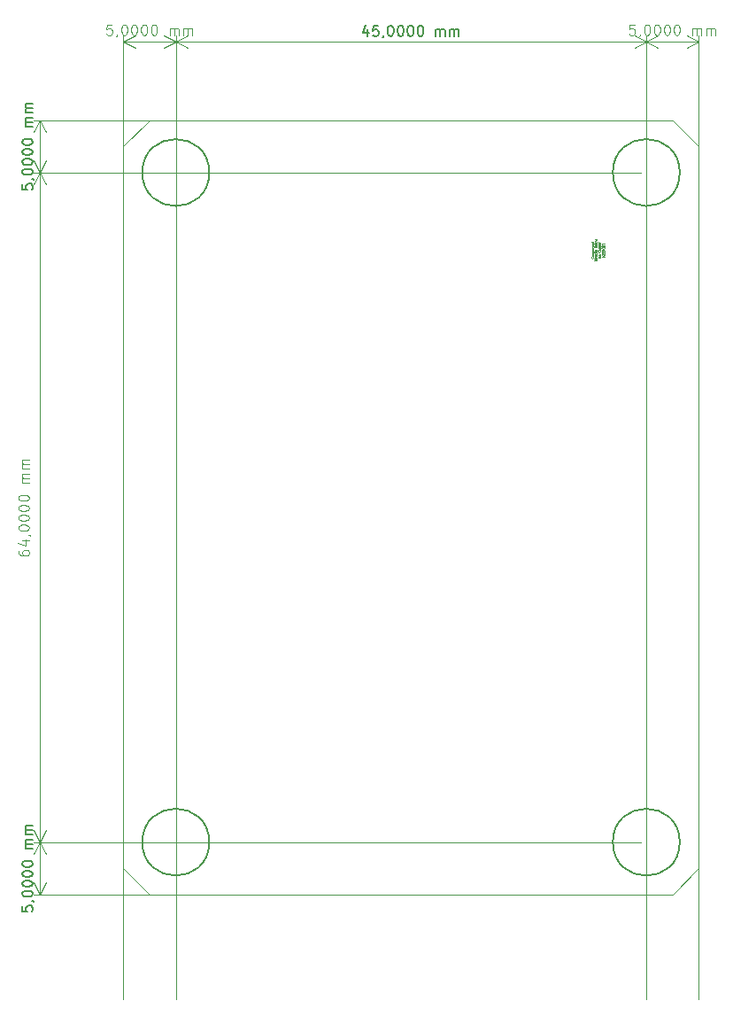
<source format=gbr>
%TF.GenerationSoftware,KiCad,Pcbnew,8.0.1-8.0.1-0~ubuntu20.04.1*%
%TF.CreationDate,2024-05-13T17:34:50+05:00*%
%TF.ProjectId,DeltaAnomalain,44656c74-6141-46e6-9f6d-616c61696e2e,rev?*%
%TF.SameCoordinates,Original*%
%TF.FileFunction,Other,Comment*%
%FSLAX46Y46*%
G04 Gerber Fmt 4.6, Leading zero omitted, Abs format (unit mm)*
G04 Created by KiCad (PCBNEW 8.0.1-8.0.1-0~ubuntu20.04.1) date 2024-05-13 17:34:50*
%MOMM*%
%LPD*%
G01*
G04 APERTURE LIST*
%ADD10C,0.100000*%
%ADD11C,0.150000*%
%ADD12C,0.040000*%
%TA.AperFunction,Profile*%
%ADD13C,0.050000*%
%TD*%
G04 APERTURE END LIST*
D10*
X236880952Y-49357419D02*
X236404762Y-49357419D01*
X236404762Y-49357419D02*
X236357143Y-49833609D01*
X236357143Y-49833609D02*
X236404762Y-49785990D01*
X236404762Y-49785990D02*
X236500000Y-49738371D01*
X236500000Y-49738371D02*
X236738095Y-49738371D01*
X236738095Y-49738371D02*
X236833333Y-49785990D01*
X236833333Y-49785990D02*
X236880952Y-49833609D01*
X236880952Y-49833609D02*
X236928571Y-49928847D01*
X236928571Y-49928847D02*
X236928571Y-50166942D01*
X236928571Y-50166942D02*
X236880952Y-50262180D01*
X236880952Y-50262180D02*
X236833333Y-50309800D01*
X236833333Y-50309800D02*
X236738095Y-50357419D01*
X236738095Y-50357419D02*
X236500000Y-50357419D01*
X236500000Y-50357419D02*
X236404762Y-50309800D01*
X236404762Y-50309800D02*
X236357143Y-50262180D01*
X237404762Y-50309800D02*
X237404762Y-50357419D01*
X237404762Y-50357419D02*
X237357143Y-50452657D01*
X237357143Y-50452657D02*
X237309524Y-50500276D01*
X238023809Y-49357419D02*
X238119047Y-49357419D01*
X238119047Y-49357419D02*
X238214285Y-49405038D01*
X238214285Y-49405038D02*
X238261904Y-49452657D01*
X238261904Y-49452657D02*
X238309523Y-49547895D01*
X238309523Y-49547895D02*
X238357142Y-49738371D01*
X238357142Y-49738371D02*
X238357142Y-49976466D01*
X238357142Y-49976466D02*
X238309523Y-50166942D01*
X238309523Y-50166942D02*
X238261904Y-50262180D01*
X238261904Y-50262180D02*
X238214285Y-50309800D01*
X238214285Y-50309800D02*
X238119047Y-50357419D01*
X238119047Y-50357419D02*
X238023809Y-50357419D01*
X238023809Y-50357419D02*
X237928571Y-50309800D01*
X237928571Y-50309800D02*
X237880952Y-50262180D01*
X237880952Y-50262180D02*
X237833333Y-50166942D01*
X237833333Y-50166942D02*
X237785714Y-49976466D01*
X237785714Y-49976466D02*
X237785714Y-49738371D01*
X237785714Y-49738371D02*
X237833333Y-49547895D01*
X237833333Y-49547895D02*
X237880952Y-49452657D01*
X237880952Y-49452657D02*
X237928571Y-49405038D01*
X237928571Y-49405038D02*
X238023809Y-49357419D01*
X238976190Y-49357419D02*
X239071428Y-49357419D01*
X239071428Y-49357419D02*
X239166666Y-49405038D01*
X239166666Y-49405038D02*
X239214285Y-49452657D01*
X239214285Y-49452657D02*
X239261904Y-49547895D01*
X239261904Y-49547895D02*
X239309523Y-49738371D01*
X239309523Y-49738371D02*
X239309523Y-49976466D01*
X239309523Y-49976466D02*
X239261904Y-50166942D01*
X239261904Y-50166942D02*
X239214285Y-50262180D01*
X239214285Y-50262180D02*
X239166666Y-50309800D01*
X239166666Y-50309800D02*
X239071428Y-50357419D01*
X239071428Y-50357419D02*
X238976190Y-50357419D01*
X238976190Y-50357419D02*
X238880952Y-50309800D01*
X238880952Y-50309800D02*
X238833333Y-50262180D01*
X238833333Y-50262180D02*
X238785714Y-50166942D01*
X238785714Y-50166942D02*
X238738095Y-49976466D01*
X238738095Y-49976466D02*
X238738095Y-49738371D01*
X238738095Y-49738371D02*
X238785714Y-49547895D01*
X238785714Y-49547895D02*
X238833333Y-49452657D01*
X238833333Y-49452657D02*
X238880952Y-49405038D01*
X238880952Y-49405038D02*
X238976190Y-49357419D01*
X239928571Y-49357419D02*
X240023809Y-49357419D01*
X240023809Y-49357419D02*
X240119047Y-49405038D01*
X240119047Y-49405038D02*
X240166666Y-49452657D01*
X240166666Y-49452657D02*
X240214285Y-49547895D01*
X240214285Y-49547895D02*
X240261904Y-49738371D01*
X240261904Y-49738371D02*
X240261904Y-49976466D01*
X240261904Y-49976466D02*
X240214285Y-50166942D01*
X240214285Y-50166942D02*
X240166666Y-50262180D01*
X240166666Y-50262180D02*
X240119047Y-50309800D01*
X240119047Y-50309800D02*
X240023809Y-50357419D01*
X240023809Y-50357419D02*
X239928571Y-50357419D01*
X239928571Y-50357419D02*
X239833333Y-50309800D01*
X239833333Y-50309800D02*
X239785714Y-50262180D01*
X239785714Y-50262180D02*
X239738095Y-50166942D01*
X239738095Y-50166942D02*
X239690476Y-49976466D01*
X239690476Y-49976466D02*
X239690476Y-49738371D01*
X239690476Y-49738371D02*
X239738095Y-49547895D01*
X239738095Y-49547895D02*
X239785714Y-49452657D01*
X239785714Y-49452657D02*
X239833333Y-49405038D01*
X239833333Y-49405038D02*
X239928571Y-49357419D01*
X240880952Y-49357419D02*
X240976190Y-49357419D01*
X240976190Y-49357419D02*
X241071428Y-49405038D01*
X241071428Y-49405038D02*
X241119047Y-49452657D01*
X241119047Y-49452657D02*
X241166666Y-49547895D01*
X241166666Y-49547895D02*
X241214285Y-49738371D01*
X241214285Y-49738371D02*
X241214285Y-49976466D01*
X241214285Y-49976466D02*
X241166666Y-50166942D01*
X241166666Y-50166942D02*
X241119047Y-50262180D01*
X241119047Y-50262180D02*
X241071428Y-50309800D01*
X241071428Y-50309800D02*
X240976190Y-50357419D01*
X240976190Y-50357419D02*
X240880952Y-50357419D01*
X240880952Y-50357419D02*
X240785714Y-50309800D01*
X240785714Y-50309800D02*
X240738095Y-50262180D01*
X240738095Y-50262180D02*
X240690476Y-50166942D01*
X240690476Y-50166942D02*
X240642857Y-49976466D01*
X240642857Y-49976466D02*
X240642857Y-49738371D01*
X240642857Y-49738371D02*
X240690476Y-49547895D01*
X240690476Y-49547895D02*
X240738095Y-49452657D01*
X240738095Y-49452657D02*
X240785714Y-49405038D01*
X240785714Y-49405038D02*
X240880952Y-49357419D01*
X242404762Y-50357419D02*
X242404762Y-49690752D01*
X242404762Y-49785990D02*
X242452381Y-49738371D01*
X242452381Y-49738371D02*
X242547619Y-49690752D01*
X242547619Y-49690752D02*
X242690476Y-49690752D01*
X242690476Y-49690752D02*
X242785714Y-49738371D01*
X242785714Y-49738371D02*
X242833333Y-49833609D01*
X242833333Y-49833609D02*
X242833333Y-50357419D01*
X242833333Y-49833609D02*
X242880952Y-49738371D01*
X242880952Y-49738371D02*
X242976190Y-49690752D01*
X242976190Y-49690752D02*
X243119047Y-49690752D01*
X243119047Y-49690752D02*
X243214286Y-49738371D01*
X243214286Y-49738371D02*
X243261905Y-49833609D01*
X243261905Y-49833609D02*
X243261905Y-50357419D01*
X243738095Y-50357419D02*
X243738095Y-49690752D01*
X243738095Y-49785990D02*
X243785714Y-49738371D01*
X243785714Y-49738371D02*
X243880952Y-49690752D01*
X243880952Y-49690752D02*
X244023809Y-49690752D01*
X244023809Y-49690752D02*
X244119047Y-49738371D01*
X244119047Y-49738371D02*
X244166666Y-49833609D01*
X244166666Y-49833609D02*
X244166666Y-50357419D01*
X244166666Y-49833609D02*
X244214285Y-49738371D01*
X244214285Y-49738371D02*
X244309523Y-49690752D01*
X244309523Y-49690752D02*
X244452380Y-49690752D01*
X244452380Y-49690752D02*
X244547619Y-49738371D01*
X244547619Y-49738371D02*
X244595238Y-49833609D01*
X244595238Y-49833609D02*
X244595238Y-50357419D01*
X238000000Y-142500000D02*
X238000000Y-50413580D01*
X243000000Y-142500000D02*
X243000000Y-50413580D01*
X238000000Y-51000000D02*
X243000000Y-51000000D01*
X238000000Y-51000000D02*
X243000000Y-51000000D01*
X238000000Y-51000000D02*
X239126504Y-50413579D01*
X238000000Y-51000000D02*
X239126504Y-51586421D01*
X243000000Y-51000000D02*
X241873496Y-51586421D01*
X243000000Y-51000000D02*
X241873496Y-50413579D01*
X186880952Y-49357419D02*
X186404762Y-49357419D01*
X186404762Y-49357419D02*
X186357143Y-49833609D01*
X186357143Y-49833609D02*
X186404762Y-49785990D01*
X186404762Y-49785990D02*
X186500000Y-49738371D01*
X186500000Y-49738371D02*
X186738095Y-49738371D01*
X186738095Y-49738371D02*
X186833333Y-49785990D01*
X186833333Y-49785990D02*
X186880952Y-49833609D01*
X186880952Y-49833609D02*
X186928571Y-49928847D01*
X186928571Y-49928847D02*
X186928571Y-50166942D01*
X186928571Y-50166942D02*
X186880952Y-50262180D01*
X186880952Y-50262180D02*
X186833333Y-50309800D01*
X186833333Y-50309800D02*
X186738095Y-50357419D01*
X186738095Y-50357419D02*
X186500000Y-50357419D01*
X186500000Y-50357419D02*
X186404762Y-50309800D01*
X186404762Y-50309800D02*
X186357143Y-50262180D01*
X187404762Y-50309800D02*
X187404762Y-50357419D01*
X187404762Y-50357419D02*
X187357143Y-50452657D01*
X187357143Y-50452657D02*
X187309524Y-50500276D01*
X188023809Y-49357419D02*
X188119047Y-49357419D01*
X188119047Y-49357419D02*
X188214285Y-49405038D01*
X188214285Y-49405038D02*
X188261904Y-49452657D01*
X188261904Y-49452657D02*
X188309523Y-49547895D01*
X188309523Y-49547895D02*
X188357142Y-49738371D01*
X188357142Y-49738371D02*
X188357142Y-49976466D01*
X188357142Y-49976466D02*
X188309523Y-50166942D01*
X188309523Y-50166942D02*
X188261904Y-50262180D01*
X188261904Y-50262180D02*
X188214285Y-50309800D01*
X188214285Y-50309800D02*
X188119047Y-50357419D01*
X188119047Y-50357419D02*
X188023809Y-50357419D01*
X188023809Y-50357419D02*
X187928571Y-50309800D01*
X187928571Y-50309800D02*
X187880952Y-50262180D01*
X187880952Y-50262180D02*
X187833333Y-50166942D01*
X187833333Y-50166942D02*
X187785714Y-49976466D01*
X187785714Y-49976466D02*
X187785714Y-49738371D01*
X187785714Y-49738371D02*
X187833333Y-49547895D01*
X187833333Y-49547895D02*
X187880952Y-49452657D01*
X187880952Y-49452657D02*
X187928571Y-49405038D01*
X187928571Y-49405038D02*
X188023809Y-49357419D01*
X188976190Y-49357419D02*
X189071428Y-49357419D01*
X189071428Y-49357419D02*
X189166666Y-49405038D01*
X189166666Y-49405038D02*
X189214285Y-49452657D01*
X189214285Y-49452657D02*
X189261904Y-49547895D01*
X189261904Y-49547895D02*
X189309523Y-49738371D01*
X189309523Y-49738371D02*
X189309523Y-49976466D01*
X189309523Y-49976466D02*
X189261904Y-50166942D01*
X189261904Y-50166942D02*
X189214285Y-50262180D01*
X189214285Y-50262180D02*
X189166666Y-50309800D01*
X189166666Y-50309800D02*
X189071428Y-50357419D01*
X189071428Y-50357419D02*
X188976190Y-50357419D01*
X188976190Y-50357419D02*
X188880952Y-50309800D01*
X188880952Y-50309800D02*
X188833333Y-50262180D01*
X188833333Y-50262180D02*
X188785714Y-50166942D01*
X188785714Y-50166942D02*
X188738095Y-49976466D01*
X188738095Y-49976466D02*
X188738095Y-49738371D01*
X188738095Y-49738371D02*
X188785714Y-49547895D01*
X188785714Y-49547895D02*
X188833333Y-49452657D01*
X188833333Y-49452657D02*
X188880952Y-49405038D01*
X188880952Y-49405038D02*
X188976190Y-49357419D01*
X189928571Y-49357419D02*
X190023809Y-49357419D01*
X190023809Y-49357419D02*
X190119047Y-49405038D01*
X190119047Y-49405038D02*
X190166666Y-49452657D01*
X190166666Y-49452657D02*
X190214285Y-49547895D01*
X190214285Y-49547895D02*
X190261904Y-49738371D01*
X190261904Y-49738371D02*
X190261904Y-49976466D01*
X190261904Y-49976466D02*
X190214285Y-50166942D01*
X190214285Y-50166942D02*
X190166666Y-50262180D01*
X190166666Y-50262180D02*
X190119047Y-50309800D01*
X190119047Y-50309800D02*
X190023809Y-50357419D01*
X190023809Y-50357419D02*
X189928571Y-50357419D01*
X189928571Y-50357419D02*
X189833333Y-50309800D01*
X189833333Y-50309800D02*
X189785714Y-50262180D01*
X189785714Y-50262180D02*
X189738095Y-50166942D01*
X189738095Y-50166942D02*
X189690476Y-49976466D01*
X189690476Y-49976466D02*
X189690476Y-49738371D01*
X189690476Y-49738371D02*
X189738095Y-49547895D01*
X189738095Y-49547895D02*
X189785714Y-49452657D01*
X189785714Y-49452657D02*
X189833333Y-49405038D01*
X189833333Y-49405038D02*
X189928571Y-49357419D01*
X190880952Y-49357419D02*
X190976190Y-49357419D01*
X190976190Y-49357419D02*
X191071428Y-49405038D01*
X191071428Y-49405038D02*
X191119047Y-49452657D01*
X191119047Y-49452657D02*
X191166666Y-49547895D01*
X191166666Y-49547895D02*
X191214285Y-49738371D01*
X191214285Y-49738371D02*
X191214285Y-49976466D01*
X191214285Y-49976466D02*
X191166666Y-50166942D01*
X191166666Y-50166942D02*
X191119047Y-50262180D01*
X191119047Y-50262180D02*
X191071428Y-50309800D01*
X191071428Y-50309800D02*
X190976190Y-50357419D01*
X190976190Y-50357419D02*
X190880952Y-50357419D01*
X190880952Y-50357419D02*
X190785714Y-50309800D01*
X190785714Y-50309800D02*
X190738095Y-50262180D01*
X190738095Y-50262180D02*
X190690476Y-50166942D01*
X190690476Y-50166942D02*
X190642857Y-49976466D01*
X190642857Y-49976466D02*
X190642857Y-49738371D01*
X190642857Y-49738371D02*
X190690476Y-49547895D01*
X190690476Y-49547895D02*
X190738095Y-49452657D01*
X190738095Y-49452657D02*
X190785714Y-49405038D01*
X190785714Y-49405038D02*
X190880952Y-49357419D01*
X192404762Y-50357419D02*
X192404762Y-49690752D01*
X192404762Y-49785990D02*
X192452381Y-49738371D01*
X192452381Y-49738371D02*
X192547619Y-49690752D01*
X192547619Y-49690752D02*
X192690476Y-49690752D01*
X192690476Y-49690752D02*
X192785714Y-49738371D01*
X192785714Y-49738371D02*
X192833333Y-49833609D01*
X192833333Y-49833609D02*
X192833333Y-50357419D01*
X192833333Y-49833609D02*
X192880952Y-49738371D01*
X192880952Y-49738371D02*
X192976190Y-49690752D01*
X192976190Y-49690752D02*
X193119047Y-49690752D01*
X193119047Y-49690752D02*
X193214286Y-49738371D01*
X193214286Y-49738371D02*
X193261905Y-49833609D01*
X193261905Y-49833609D02*
X193261905Y-50357419D01*
X193738095Y-50357419D02*
X193738095Y-49690752D01*
X193738095Y-49785990D02*
X193785714Y-49738371D01*
X193785714Y-49738371D02*
X193880952Y-49690752D01*
X193880952Y-49690752D02*
X194023809Y-49690752D01*
X194023809Y-49690752D02*
X194119047Y-49738371D01*
X194119047Y-49738371D02*
X194166666Y-49833609D01*
X194166666Y-49833609D02*
X194166666Y-50357419D01*
X194166666Y-49833609D02*
X194214285Y-49738371D01*
X194214285Y-49738371D02*
X194309523Y-49690752D01*
X194309523Y-49690752D02*
X194452380Y-49690752D01*
X194452380Y-49690752D02*
X194547619Y-49738371D01*
X194547619Y-49738371D02*
X194595238Y-49833609D01*
X194595238Y-49833609D02*
X194595238Y-50357419D01*
X188000000Y-142500000D02*
X188000000Y-50413580D01*
X193000000Y-142500000D02*
X193000000Y-50413580D01*
X188000000Y-51000000D02*
X193000000Y-51000000D01*
X188000000Y-51000000D02*
X193000000Y-51000000D01*
X188000000Y-51000000D02*
X189126504Y-50413579D01*
X188000000Y-51000000D02*
X189126504Y-51586421D01*
X193000000Y-51000000D02*
X191873496Y-51586421D01*
X193000000Y-51000000D02*
X191873496Y-50413579D01*
D11*
X178304819Y-133619047D02*
X178304819Y-134095237D01*
X178304819Y-134095237D02*
X178781009Y-134142856D01*
X178781009Y-134142856D02*
X178733390Y-134095237D01*
X178733390Y-134095237D02*
X178685771Y-133999999D01*
X178685771Y-133999999D02*
X178685771Y-133761904D01*
X178685771Y-133761904D02*
X178733390Y-133666666D01*
X178733390Y-133666666D02*
X178781009Y-133619047D01*
X178781009Y-133619047D02*
X178876247Y-133571428D01*
X178876247Y-133571428D02*
X179114342Y-133571428D01*
X179114342Y-133571428D02*
X179209580Y-133619047D01*
X179209580Y-133619047D02*
X179257200Y-133666666D01*
X179257200Y-133666666D02*
X179304819Y-133761904D01*
X179304819Y-133761904D02*
X179304819Y-133999999D01*
X179304819Y-133999999D02*
X179257200Y-134095237D01*
X179257200Y-134095237D02*
X179209580Y-134142856D01*
X179257200Y-133095237D02*
X179304819Y-133095237D01*
X179304819Y-133095237D02*
X179400057Y-133142856D01*
X179400057Y-133142856D02*
X179447676Y-133190475D01*
X178304819Y-132476190D02*
X178304819Y-132380952D01*
X178304819Y-132380952D02*
X178352438Y-132285714D01*
X178352438Y-132285714D02*
X178400057Y-132238095D01*
X178400057Y-132238095D02*
X178495295Y-132190476D01*
X178495295Y-132190476D02*
X178685771Y-132142857D01*
X178685771Y-132142857D02*
X178923866Y-132142857D01*
X178923866Y-132142857D02*
X179114342Y-132190476D01*
X179114342Y-132190476D02*
X179209580Y-132238095D01*
X179209580Y-132238095D02*
X179257200Y-132285714D01*
X179257200Y-132285714D02*
X179304819Y-132380952D01*
X179304819Y-132380952D02*
X179304819Y-132476190D01*
X179304819Y-132476190D02*
X179257200Y-132571428D01*
X179257200Y-132571428D02*
X179209580Y-132619047D01*
X179209580Y-132619047D02*
X179114342Y-132666666D01*
X179114342Y-132666666D02*
X178923866Y-132714285D01*
X178923866Y-132714285D02*
X178685771Y-132714285D01*
X178685771Y-132714285D02*
X178495295Y-132666666D01*
X178495295Y-132666666D02*
X178400057Y-132619047D01*
X178400057Y-132619047D02*
X178352438Y-132571428D01*
X178352438Y-132571428D02*
X178304819Y-132476190D01*
X178304819Y-131523809D02*
X178304819Y-131428571D01*
X178304819Y-131428571D02*
X178352438Y-131333333D01*
X178352438Y-131333333D02*
X178400057Y-131285714D01*
X178400057Y-131285714D02*
X178495295Y-131238095D01*
X178495295Y-131238095D02*
X178685771Y-131190476D01*
X178685771Y-131190476D02*
X178923866Y-131190476D01*
X178923866Y-131190476D02*
X179114342Y-131238095D01*
X179114342Y-131238095D02*
X179209580Y-131285714D01*
X179209580Y-131285714D02*
X179257200Y-131333333D01*
X179257200Y-131333333D02*
X179304819Y-131428571D01*
X179304819Y-131428571D02*
X179304819Y-131523809D01*
X179304819Y-131523809D02*
X179257200Y-131619047D01*
X179257200Y-131619047D02*
X179209580Y-131666666D01*
X179209580Y-131666666D02*
X179114342Y-131714285D01*
X179114342Y-131714285D02*
X178923866Y-131761904D01*
X178923866Y-131761904D02*
X178685771Y-131761904D01*
X178685771Y-131761904D02*
X178495295Y-131714285D01*
X178495295Y-131714285D02*
X178400057Y-131666666D01*
X178400057Y-131666666D02*
X178352438Y-131619047D01*
X178352438Y-131619047D02*
X178304819Y-131523809D01*
X178304819Y-130571428D02*
X178304819Y-130476190D01*
X178304819Y-130476190D02*
X178352438Y-130380952D01*
X178352438Y-130380952D02*
X178400057Y-130333333D01*
X178400057Y-130333333D02*
X178495295Y-130285714D01*
X178495295Y-130285714D02*
X178685771Y-130238095D01*
X178685771Y-130238095D02*
X178923866Y-130238095D01*
X178923866Y-130238095D02*
X179114342Y-130285714D01*
X179114342Y-130285714D02*
X179209580Y-130333333D01*
X179209580Y-130333333D02*
X179257200Y-130380952D01*
X179257200Y-130380952D02*
X179304819Y-130476190D01*
X179304819Y-130476190D02*
X179304819Y-130571428D01*
X179304819Y-130571428D02*
X179257200Y-130666666D01*
X179257200Y-130666666D02*
X179209580Y-130714285D01*
X179209580Y-130714285D02*
X179114342Y-130761904D01*
X179114342Y-130761904D02*
X178923866Y-130809523D01*
X178923866Y-130809523D02*
X178685771Y-130809523D01*
X178685771Y-130809523D02*
X178495295Y-130761904D01*
X178495295Y-130761904D02*
X178400057Y-130714285D01*
X178400057Y-130714285D02*
X178352438Y-130666666D01*
X178352438Y-130666666D02*
X178304819Y-130571428D01*
X178304819Y-129619047D02*
X178304819Y-129523809D01*
X178304819Y-129523809D02*
X178352438Y-129428571D01*
X178352438Y-129428571D02*
X178400057Y-129380952D01*
X178400057Y-129380952D02*
X178495295Y-129333333D01*
X178495295Y-129333333D02*
X178685771Y-129285714D01*
X178685771Y-129285714D02*
X178923866Y-129285714D01*
X178923866Y-129285714D02*
X179114342Y-129333333D01*
X179114342Y-129333333D02*
X179209580Y-129380952D01*
X179209580Y-129380952D02*
X179257200Y-129428571D01*
X179257200Y-129428571D02*
X179304819Y-129523809D01*
X179304819Y-129523809D02*
X179304819Y-129619047D01*
X179304819Y-129619047D02*
X179257200Y-129714285D01*
X179257200Y-129714285D02*
X179209580Y-129761904D01*
X179209580Y-129761904D02*
X179114342Y-129809523D01*
X179114342Y-129809523D02*
X178923866Y-129857142D01*
X178923866Y-129857142D02*
X178685771Y-129857142D01*
X178685771Y-129857142D02*
X178495295Y-129809523D01*
X178495295Y-129809523D02*
X178400057Y-129761904D01*
X178400057Y-129761904D02*
X178352438Y-129714285D01*
X178352438Y-129714285D02*
X178304819Y-129619047D01*
X179304819Y-128095237D02*
X178638152Y-128095237D01*
X178733390Y-128095237D02*
X178685771Y-128047618D01*
X178685771Y-128047618D02*
X178638152Y-127952380D01*
X178638152Y-127952380D02*
X178638152Y-127809523D01*
X178638152Y-127809523D02*
X178685771Y-127714285D01*
X178685771Y-127714285D02*
X178781009Y-127666666D01*
X178781009Y-127666666D02*
X179304819Y-127666666D01*
X178781009Y-127666666D02*
X178685771Y-127619047D01*
X178685771Y-127619047D02*
X178638152Y-127523809D01*
X178638152Y-127523809D02*
X178638152Y-127380952D01*
X178638152Y-127380952D02*
X178685771Y-127285713D01*
X178685771Y-127285713D02*
X178781009Y-127238094D01*
X178781009Y-127238094D02*
X179304819Y-127238094D01*
X179304819Y-126761904D02*
X178638152Y-126761904D01*
X178733390Y-126761904D02*
X178685771Y-126714285D01*
X178685771Y-126714285D02*
X178638152Y-126619047D01*
X178638152Y-126619047D02*
X178638152Y-126476190D01*
X178638152Y-126476190D02*
X178685771Y-126380952D01*
X178685771Y-126380952D02*
X178781009Y-126333333D01*
X178781009Y-126333333D02*
X179304819Y-126333333D01*
X178781009Y-126333333D02*
X178685771Y-126285714D01*
X178685771Y-126285714D02*
X178638152Y-126190476D01*
X178638152Y-126190476D02*
X178638152Y-126047619D01*
X178638152Y-126047619D02*
X178685771Y-125952380D01*
X178685771Y-125952380D02*
X178781009Y-125904761D01*
X178781009Y-125904761D02*
X179304819Y-125904761D01*
D10*
X237500000Y-127500000D02*
X179413580Y-127500000D01*
X237500000Y-132500000D02*
X179413580Y-132500000D01*
X180000000Y-127500000D02*
X180000000Y-132500000D01*
X180000000Y-127500000D02*
X180000000Y-132500000D01*
X180000000Y-127500000D02*
X180586421Y-128626504D01*
X180000000Y-127500000D02*
X179413579Y-128626504D01*
X180000000Y-132500000D02*
X179413579Y-131373496D01*
X180000000Y-132500000D02*
X180586421Y-131373496D01*
D11*
X211357143Y-49788152D02*
X211357143Y-50454819D01*
X211119048Y-49407200D02*
X210880953Y-50121485D01*
X210880953Y-50121485D02*
X211500000Y-50121485D01*
X212357143Y-49454819D02*
X211880953Y-49454819D01*
X211880953Y-49454819D02*
X211833334Y-49931009D01*
X211833334Y-49931009D02*
X211880953Y-49883390D01*
X211880953Y-49883390D02*
X211976191Y-49835771D01*
X211976191Y-49835771D02*
X212214286Y-49835771D01*
X212214286Y-49835771D02*
X212309524Y-49883390D01*
X212309524Y-49883390D02*
X212357143Y-49931009D01*
X212357143Y-49931009D02*
X212404762Y-50026247D01*
X212404762Y-50026247D02*
X212404762Y-50264342D01*
X212404762Y-50264342D02*
X212357143Y-50359580D01*
X212357143Y-50359580D02*
X212309524Y-50407200D01*
X212309524Y-50407200D02*
X212214286Y-50454819D01*
X212214286Y-50454819D02*
X211976191Y-50454819D01*
X211976191Y-50454819D02*
X211880953Y-50407200D01*
X211880953Y-50407200D02*
X211833334Y-50359580D01*
X212880953Y-50407200D02*
X212880953Y-50454819D01*
X212880953Y-50454819D02*
X212833334Y-50550057D01*
X212833334Y-50550057D02*
X212785715Y-50597676D01*
X213500000Y-49454819D02*
X213595238Y-49454819D01*
X213595238Y-49454819D02*
X213690476Y-49502438D01*
X213690476Y-49502438D02*
X213738095Y-49550057D01*
X213738095Y-49550057D02*
X213785714Y-49645295D01*
X213785714Y-49645295D02*
X213833333Y-49835771D01*
X213833333Y-49835771D02*
X213833333Y-50073866D01*
X213833333Y-50073866D02*
X213785714Y-50264342D01*
X213785714Y-50264342D02*
X213738095Y-50359580D01*
X213738095Y-50359580D02*
X213690476Y-50407200D01*
X213690476Y-50407200D02*
X213595238Y-50454819D01*
X213595238Y-50454819D02*
X213500000Y-50454819D01*
X213500000Y-50454819D02*
X213404762Y-50407200D01*
X213404762Y-50407200D02*
X213357143Y-50359580D01*
X213357143Y-50359580D02*
X213309524Y-50264342D01*
X213309524Y-50264342D02*
X213261905Y-50073866D01*
X213261905Y-50073866D02*
X213261905Y-49835771D01*
X213261905Y-49835771D02*
X213309524Y-49645295D01*
X213309524Y-49645295D02*
X213357143Y-49550057D01*
X213357143Y-49550057D02*
X213404762Y-49502438D01*
X213404762Y-49502438D02*
X213500000Y-49454819D01*
X214452381Y-49454819D02*
X214547619Y-49454819D01*
X214547619Y-49454819D02*
X214642857Y-49502438D01*
X214642857Y-49502438D02*
X214690476Y-49550057D01*
X214690476Y-49550057D02*
X214738095Y-49645295D01*
X214738095Y-49645295D02*
X214785714Y-49835771D01*
X214785714Y-49835771D02*
X214785714Y-50073866D01*
X214785714Y-50073866D02*
X214738095Y-50264342D01*
X214738095Y-50264342D02*
X214690476Y-50359580D01*
X214690476Y-50359580D02*
X214642857Y-50407200D01*
X214642857Y-50407200D02*
X214547619Y-50454819D01*
X214547619Y-50454819D02*
X214452381Y-50454819D01*
X214452381Y-50454819D02*
X214357143Y-50407200D01*
X214357143Y-50407200D02*
X214309524Y-50359580D01*
X214309524Y-50359580D02*
X214261905Y-50264342D01*
X214261905Y-50264342D02*
X214214286Y-50073866D01*
X214214286Y-50073866D02*
X214214286Y-49835771D01*
X214214286Y-49835771D02*
X214261905Y-49645295D01*
X214261905Y-49645295D02*
X214309524Y-49550057D01*
X214309524Y-49550057D02*
X214357143Y-49502438D01*
X214357143Y-49502438D02*
X214452381Y-49454819D01*
X215404762Y-49454819D02*
X215500000Y-49454819D01*
X215500000Y-49454819D02*
X215595238Y-49502438D01*
X215595238Y-49502438D02*
X215642857Y-49550057D01*
X215642857Y-49550057D02*
X215690476Y-49645295D01*
X215690476Y-49645295D02*
X215738095Y-49835771D01*
X215738095Y-49835771D02*
X215738095Y-50073866D01*
X215738095Y-50073866D02*
X215690476Y-50264342D01*
X215690476Y-50264342D02*
X215642857Y-50359580D01*
X215642857Y-50359580D02*
X215595238Y-50407200D01*
X215595238Y-50407200D02*
X215500000Y-50454819D01*
X215500000Y-50454819D02*
X215404762Y-50454819D01*
X215404762Y-50454819D02*
X215309524Y-50407200D01*
X215309524Y-50407200D02*
X215261905Y-50359580D01*
X215261905Y-50359580D02*
X215214286Y-50264342D01*
X215214286Y-50264342D02*
X215166667Y-50073866D01*
X215166667Y-50073866D02*
X215166667Y-49835771D01*
X215166667Y-49835771D02*
X215214286Y-49645295D01*
X215214286Y-49645295D02*
X215261905Y-49550057D01*
X215261905Y-49550057D02*
X215309524Y-49502438D01*
X215309524Y-49502438D02*
X215404762Y-49454819D01*
X216357143Y-49454819D02*
X216452381Y-49454819D01*
X216452381Y-49454819D02*
X216547619Y-49502438D01*
X216547619Y-49502438D02*
X216595238Y-49550057D01*
X216595238Y-49550057D02*
X216642857Y-49645295D01*
X216642857Y-49645295D02*
X216690476Y-49835771D01*
X216690476Y-49835771D02*
X216690476Y-50073866D01*
X216690476Y-50073866D02*
X216642857Y-50264342D01*
X216642857Y-50264342D02*
X216595238Y-50359580D01*
X216595238Y-50359580D02*
X216547619Y-50407200D01*
X216547619Y-50407200D02*
X216452381Y-50454819D01*
X216452381Y-50454819D02*
X216357143Y-50454819D01*
X216357143Y-50454819D02*
X216261905Y-50407200D01*
X216261905Y-50407200D02*
X216214286Y-50359580D01*
X216214286Y-50359580D02*
X216166667Y-50264342D01*
X216166667Y-50264342D02*
X216119048Y-50073866D01*
X216119048Y-50073866D02*
X216119048Y-49835771D01*
X216119048Y-49835771D02*
X216166667Y-49645295D01*
X216166667Y-49645295D02*
X216214286Y-49550057D01*
X216214286Y-49550057D02*
X216261905Y-49502438D01*
X216261905Y-49502438D02*
X216357143Y-49454819D01*
X217880953Y-50454819D02*
X217880953Y-49788152D01*
X217880953Y-49883390D02*
X217928572Y-49835771D01*
X217928572Y-49835771D02*
X218023810Y-49788152D01*
X218023810Y-49788152D02*
X218166667Y-49788152D01*
X218166667Y-49788152D02*
X218261905Y-49835771D01*
X218261905Y-49835771D02*
X218309524Y-49931009D01*
X218309524Y-49931009D02*
X218309524Y-50454819D01*
X218309524Y-49931009D02*
X218357143Y-49835771D01*
X218357143Y-49835771D02*
X218452381Y-49788152D01*
X218452381Y-49788152D02*
X218595238Y-49788152D01*
X218595238Y-49788152D02*
X218690477Y-49835771D01*
X218690477Y-49835771D02*
X218738096Y-49931009D01*
X218738096Y-49931009D02*
X218738096Y-50454819D01*
X219214286Y-50454819D02*
X219214286Y-49788152D01*
X219214286Y-49883390D02*
X219261905Y-49835771D01*
X219261905Y-49835771D02*
X219357143Y-49788152D01*
X219357143Y-49788152D02*
X219500000Y-49788152D01*
X219500000Y-49788152D02*
X219595238Y-49835771D01*
X219595238Y-49835771D02*
X219642857Y-49931009D01*
X219642857Y-49931009D02*
X219642857Y-50454819D01*
X219642857Y-49931009D02*
X219690476Y-49835771D01*
X219690476Y-49835771D02*
X219785714Y-49788152D01*
X219785714Y-49788152D02*
X219928571Y-49788152D01*
X219928571Y-49788152D02*
X220023810Y-49835771D01*
X220023810Y-49835771D02*
X220071429Y-49931009D01*
X220071429Y-49931009D02*
X220071429Y-50454819D01*
D10*
X238000000Y-130000000D02*
X238000000Y-50413580D01*
X193000000Y-130000000D02*
X193000000Y-50413580D01*
X238000000Y-51000000D02*
X193000000Y-51000000D01*
X238000000Y-51000000D02*
X193000000Y-51000000D01*
X238000000Y-51000000D02*
X236873496Y-51586421D01*
X238000000Y-51000000D02*
X236873496Y-50413579D01*
X193000000Y-51000000D02*
X194126504Y-50413579D01*
X193000000Y-51000000D02*
X194126504Y-51586421D01*
D11*
X178304819Y-64619047D02*
X178304819Y-65095237D01*
X178304819Y-65095237D02*
X178781009Y-65142856D01*
X178781009Y-65142856D02*
X178733390Y-65095237D01*
X178733390Y-65095237D02*
X178685771Y-64999999D01*
X178685771Y-64999999D02*
X178685771Y-64761904D01*
X178685771Y-64761904D02*
X178733390Y-64666666D01*
X178733390Y-64666666D02*
X178781009Y-64619047D01*
X178781009Y-64619047D02*
X178876247Y-64571428D01*
X178876247Y-64571428D02*
X179114342Y-64571428D01*
X179114342Y-64571428D02*
X179209580Y-64619047D01*
X179209580Y-64619047D02*
X179257200Y-64666666D01*
X179257200Y-64666666D02*
X179304819Y-64761904D01*
X179304819Y-64761904D02*
X179304819Y-64999999D01*
X179304819Y-64999999D02*
X179257200Y-65095237D01*
X179257200Y-65095237D02*
X179209580Y-65142856D01*
X179257200Y-64095237D02*
X179304819Y-64095237D01*
X179304819Y-64095237D02*
X179400057Y-64142856D01*
X179400057Y-64142856D02*
X179447676Y-64190475D01*
X178304819Y-63476190D02*
X178304819Y-63380952D01*
X178304819Y-63380952D02*
X178352438Y-63285714D01*
X178352438Y-63285714D02*
X178400057Y-63238095D01*
X178400057Y-63238095D02*
X178495295Y-63190476D01*
X178495295Y-63190476D02*
X178685771Y-63142857D01*
X178685771Y-63142857D02*
X178923866Y-63142857D01*
X178923866Y-63142857D02*
X179114342Y-63190476D01*
X179114342Y-63190476D02*
X179209580Y-63238095D01*
X179209580Y-63238095D02*
X179257200Y-63285714D01*
X179257200Y-63285714D02*
X179304819Y-63380952D01*
X179304819Y-63380952D02*
X179304819Y-63476190D01*
X179304819Y-63476190D02*
X179257200Y-63571428D01*
X179257200Y-63571428D02*
X179209580Y-63619047D01*
X179209580Y-63619047D02*
X179114342Y-63666666D01*
X179114342Y-63666666D02*
X178923866Y-63714285D01*
X178923866Y-63714285D02*
X178685771Y-63714285D01*
X178685771Y-63714285D02*
X178495295Y-63666666D01*
X178495295Y-63666666D02*
X178400057Y-63619047D01*
X178400057Y-63619047D02*
X178352438Y-63571428D01*
X178352438Y-63571428D02*
X178304819Y-63476190D01*
X178304819Y-62523809D02*
X178304819Y-62428571D01*
X178304819Y-62428571D02*
X178352438Y-62333333D01*
X178352438Y-62333333D02*
X178400057Y-62285714D01*
X178400057Y-62285714D02*
X178495295Y-62238095D01*
X178495295Y-62238095D02*
X178685771Y-62190476D01*
X178685771Y-62190476D02*
X178923866Y-62190476D01*
X178923866Y-62190476D02*
X179114342Y-62238095D01*
X179114342Y-62238095D02*
X179209580Y-62285714D01*
X179209580Y-62285714D02*
X179257200Y-62333333D01*
X179257200Y-62333333D02*
X179304819Y-62428571D01*
X179304819Y-62428571D02*
X179304819Y-62523809D01*
X179304819Y-62523809D02*
X179257200Y-62619047D01*
X179257200Y-62619047D02*
X179209580Y-62666666D01*
X179209580Y-62666666D02*
X179114342Y-62714285D01*
X179114342Y-62714285D02*
X178923866Y-62761904D01*
X178923866Y-62761904D02*
X178685771Y-62761904D01*
X178685771Y-62761904D02*
X178495295Y-62714285D01*
X178495295Y-62714285D02*
X178400057Y-62666666D01*
X178400057Y-62666666D02*
X178352438Y-62619047D01*
X178352438Y-62619047D02*
X178304819Y-62523809D01*
X178304819Y-61571428D02*
X178304819Y-61476190D01*
X178304819Y-61476190D02*
X178352438Y-61380952D01*
X178352438Y-61380952D02*
X178400057Y-61333333D01*
X178400057Y-61333333D02*
X178495295Y-61285714D01*
X178495295Y-61285714D02*
X178685771Y-61238095D01*
X178685771Y-61238095D02*
X178923866Y-61238095D01*
X178923866Y-61238095D02*
X179114342Y-61285714D01*
X179114342Y-61285714D02*
X179209580Y-61333333D01*
X179209580Y-61333333D02*
X179257200Y-61380952D01*
X179257200Y-61380952D02*
X179304819Y-61476190D01*
X179304819Y-61476190D02*
X179304819Y-61571428D01*
X179304819Y-61571428D02*
X179257200Y-61666666D01*
X179257200Y-61666666D02*
X179209580Y-61714285D01*
X179209580Y-61714285D02*
X179114342Y-61761904D01*
X179114342Y-61761904D02*
X178923866Y-61809523D01*
X178923866Y-61809523D02*
X178685771Y-61809523D01*
X178685771Y-61809523D02*
X178495295Y-61761904D01*
X178495295Y-61761904D02*
X178400057Y-61714285D01*
X178400057Y-61714285D02*
X178352438Y-61666666D01*
X178352438Y-61666666D02*
X178304819Y-61571428D01*
X178304819Y-60619047D02*
X178304819Y-60523809D01*
X178304819Y-60523809D02*
X178352438Y-60428571D01*
X178352438Y-60428571D02*
X178400057Y-60380952D01*
X178400057Y-60380952D02*
X178495295Y-60333333D01*
X178495295Y-60333333D02*
X178685771Y-60285714D01*
X178685771Y-60285714D02*
X178923866Y-60285714D01*
X178923866Y-60285714D02*
X179114342Y-60333333D01*
X179114342Y-60333333D02*
X179209580Y-60380952D01*
X179209580Y-60380952D02*
X179257200Y-60428571D01*
X179257200Y-60428571D02*
X179304819Y-60523809D01*
X179304819Y-60523809D02*
X179304819Y-60619047D01*
X179304819Y-60619047D02*
X179257200Y-60714285D01*
X179257200Y-60714285D02*
X179209580Y-60761904D01*
X179209580Y-60761904D02*
X179114342Y-60809523D01*
X179114342Y-60809523D02*
X178923866Y-60857142D01*
X178923866Y-60857142D02*
X178685771Y-60857142D01*
X178685771Y-60857142D02*
X178495295Y-60809523D01*
X178495295Y-60809523D02*
X178400057Y-60761904D01*
X178400057Y-60761904D02*
X178352438Y-60714285D01*
X178352438Y-60714285D02*
X178304819Y-60619047D01*
X179304819Y-59095237D02*
X178638152Y-59095237D01*
X178733390Y-59095237D02*
X178685771Y-59047618D01*
X178685771Y-59047618D02*
X178638152Y-58952380D01*
X178638152Y-58952380D02*
X178638152Y-58809523D01*
X178638152Y-58809523D02*
X178685771Y-58714285D01*
X178685771Y-58714285D02*
X178781009Y-58666666D01*
X178781009Y-58666666D02*
X179304819Y-58666666D01*
X178781009Y-58666666D02*
X178685771Y-58619047D01*
X178685771Y-58619047D02*
X178638152Y-58523809D01*
X178638152Y-58523809D02*
X178638152Y-58380952D01*
X178638152Y-58380952D02*
X178685771Y-58285713D01*
X178685771Y-58285713D02*
X178781009Y-58238094D01*
X178781009Y-58238094D02*
X179304819Y-58238094D01*
X179304819Y-57761904D02*
X178638152Y-57761904D01*
X178733390Y-57761904D02*
X178685771Y-57714285D01*
X178685771Y-57714285D02*
X178638152Y-57619047D01*
X178638152Y-57619047D02*
X178638152Y-57476190D01*
X178638152Y-57476190D02*
X178685771Y-57380952D01*
X178685771Y-57380952D02*
X178781009Y-57333333D01*
X178781009Y-57333333D02*
X179304819Y-57333333D01*
X178781009Y-57333333D02*
X178685771Y-57285714D01*
X178685771Y-57285714D02*
X178638152Y-57190476D01*
X178638152Y-57190476D02*
X178638152Y-57047619D01*
X178638152Y-57047619D02*
X178685771Y-56952380D01*
X178685771Y-56952380D02*
X178781009Y-56904761D01*
X178781009Y-56904761D02*
X179304819Y-56904761D01*
D10*
X237500000Y-58500000D02*
X179413580Y-58500000D01*
X237500000Y-63500000D02*
X179413580Y-63500000D01*
X180000000Y-58500000D02*
X180000000Y-63500000D01*
X180000000Y-58500000D02*
X180000000Y-63500000D01*
X180000000Y-58500000D02*
X180586421Y-59626504D01*
X180000000Y-58500000D02*
X179413579Y-59626504D01*
X180000000Y-63500000D02*
X179413579Y-62373496D01*
X180000000Y-63500000D02*
X180586421Y-62373496D01*
X177957419Y-99642856D02*
X177957419Y-99833332D01*
X177957419Y-99833332D02*
X178005038Y-99928570D01*
X178005038Y-99928570D02*
X178052657Y-99976189D01*
X178052657Y-99976189D02*
X178195514Y-100071427D01*
X178195514Y-100071427D02*
X178385990Y-100119046D01*
X178385990Y-100119046D02*
X178766942Y-100119046D01*
X178766942Y-100119046D02*
X178862180Y-100071427D01*
X178862180Y-100071427D02*
X178909800Y-100023808D01*
X178909800Y-100023808D02*
X178957419Y-99928570D01*
X178957419Y-99928570D02*
X178957419Y-99738094D01*
X178957419Y-99738094D02*
X178909800Y-99642856D01*
X178909800Y-99642856D02*
X178862180Y-99595237D01*
X178862180Y-99595237D02*
X178766942Y-99547618D01*
X178766942Y-99547618D02*
X178528847Y-99547618D01*
X178528847Y-99547618D02*
X178433609Y-99595237D01*
X178433609Y-99595237D02*
X178385990Y-99642856D01*
X178385990Y-99642856D02*
X178338371Y-99738094D01*
X178338371Y-99738094D02*
X178338371Y-99928570D01*
X178338371Y-99928570D02*
X178385990Y-100023808D01*
X178385990Y-100023808D02*
X178433609Y-100071427D01*
X178433609Y-100071427D02*
X178528847Y-100119046D01*
X178290752Y-98690475D02*
X178957419Y-98690475D01*
X177909800Y-98928570D02*
X178624085Y-99166665D01*
X178624085Y-99166665D02*
X178624085Y-98547618D01*
X178909800Y-98119046D02*
X178957419Y-98119046D01*
X178957419Y-98119046D02*
X179052657Y-98166665D01*
X179052657Y-98166665D02*
X179100276Y-98214284D01*
X177957419Y-97499999D02*
X177957419Y-97404761D01*
X177957419Y-97404761D02*
X178005038Y-97309523D01*
X178005038Y-97309523D02*
X178052657Y-97261904D01*
X178052657Y-97261904D02*
X178147895Y-97214285D01*
X178147895Y-97214285D02*
X178338371Y-97166666D01*
X178338371Y-97166666D02*
X178576466Y-97166666D01*
X178576466Y-97166666D02*
X178766942Y-97214285D01*
X178766942Y-97214285D02*
X178862180Y-97261904D01*
X178862180Y-97261904D02*
X178909800Y-97309523D01*
X178909800Y-97309523D02*
X178957419Y-97404761D01*
X178957419Y-97404761D02*
X178957419Y-97499999D01*
X178957419Y-97499999D02*
X178909800Y-97595237D01*
X178909800Y-97595237D02*
X178862180Y-97642856D01*
X178862180Y-97642856D02*
X178766942Y-97690475D01*
X178766942Y-97690475D02*
X178576466Y-97738094D01*
X178576466Y-97738094D02*
X178338371Y-97738094D01*
X178338371Y-97738094D02*
X178147895Y-97690475D01*
X178147895Y-97690475D02*
X178052657Y-97642856D01*
X178052657Y-97642856D02*
X178005038Y-97595237D01*
X178005038Y-97595237D02*
X177957419Y-97499999D01*
X177957419Y-96547618D02*
X177957419Y-96452380D01*
X177957419Y-96452380D02*
X178005038Y-96357142D01*
X178005038Y-96357142D02*
X178052657Y-96309523D01*
X178052657Y-96309523D02*
X178147895Y-96261904D01*
X178147895Y-96261904D02*
X178338371Y-96214285D01*
X178338371Y-96214285D02*
X178576466Y-96214285D01*
X178576466Y-96214285D02*
X178766942Y-96261904D01*
X178766942Y-96261904D02*
X178862180Y-96309523D01*
X178862180Y-96309523D02*
X178909800Y-96357142D01*
X178909800Y-96357142D02*
X178957419Y-96452380D01*
X178957419Y-96452380D02*
X178957419Y-96547618D01*
X178957419Y-96547618D02*
X178909800Y-96642856D01*
X178909800Y-96642856D02*
X178862180Y-96690475D01*
X178862180Y-96690475D02*
X178766942Y-96738094D01*
X178766942Y-96738094D02*
X178576466Y-96785713D01*
X178576466Y-96785713D02*
X178338371Y-96785713D01*
X178338371Y-96785713D02*
X178147895Y-96738094D01*
X178147895Y-96738094D02*
X178052657Y-96690475D01*
X178052657Y-96690475D02*
X178005038Y-96642856D01*
X178005038Y-96642856D02*
X177957419Y-96547618D01*
X177957419Y-95595237D02*
X177957419Y-95499999D01*
X177957419Y-95499999D02*
X178005038Y-95404761D01*
X178005038Y-95404761D02*
X178052657Y-95357142D01*
X178052657Y-95357142D02*
X178147895Y-95309523D01*
X178147895Y-95309523D02*
X178338371Y-95261904D01*
X178338371Y-95261904D02*
X178576466Y-95261904D01*
X178576466Y-95261904D02*
X178766942Y-95309523D01*
X178766942Y-95309523D02*
X178862180Y-95357142D01*
X178862180Y-95357142D02*
X178909800Y-95404761D01*
X178909800Y-95404761D02*
X178957419Y-95499999D01*
X178957419Y-95499999D02*
X178957419Y-95595237D01*
X178957419Y-95595237D02*
X178909800Y-95690475D01*
X178909800Y-95690475D02*
X178862180Y-95738094D01*
X178862180Y-95738094D02*
X178766942Y-95785713D01*
X178766942Y-95785713D02*
X178576466Y-95833332D01*
X178576466Y-95833332D02*
X178338371Y-95833332D01*
X178338371Y-95833332D02*
X178147895Y-95785713D01*
X178147895Y-95785713D02*
X178052657Y-95738094D01*
X178052657Y-95738094D02*
X178005038Y-95690475D01*
X178005038Y-95690475D02*
X177957419Y-95595237D01*
X177957419Y-94642856D02*
X177957419Y-94547618D01*
X177957419Y-94547618D02*
X178005038Y-94452380D01*
X178005038Y-94452380D02*
X178052657Y-94404761D01*
X178052657Y-94404761D02*
X178147895Y-94357142D01*
X178147895Y-94357142D02*
X178338371Y-94309523D01*
X178338371Y-94309523D02*
X178576466Y-94309523D01*
X178576466Y-94309523D02*
X178766942Y-94357142D01*
X178766942Y-94357142D02*
X178862180Y-94404761D01*
X178862180Y-94404761D02*
X178909800Y-94452380D01*
X178909800Y-94452380D02*
X178957419Y-94547618D01*
X178957419Y-94547618D02*
X178957419Y-94642856D01*
X178957419Y-94642856D02*
X178909800Y-94738094D01*
X178909800Y-94738094D02*
X178862180Y-94785713D01*
X178862180Y-94785713D02*
X178766942Y-94833332D01*
X178766942Y-94833332D02*
X178576466Y-94880951D01*
X178576466Y-94880951D02*
X178338371Y-94880951D01*
X178338371Y-94880951D02*
X178147895Y-94833332D01*
X178147895Y-94833332D02*
X178052657Y-94785713D01*
X178052657Y-94785713D02*
X178005038Y-94738094D01*
X178005038Y-94738094D02*
X177957419Y-94642856D01*
X178957419Y-93119046D02*
X178290752Y-93119046D01*
X178385990Y-93119046D02*
X178338371Y-93071427D01*
X178338371Y-93071427D02*
X178290752Y-92976189D01*
X178290752Y-92976189D02*
X178290752Y-92833332D01*
X178290752Y-92833332D02*
X178338371Y-92738094D01*
X178338371Y-92738094D02*
X178433609Y-92690475D01*
X178433609Y-92690475D02*
X178957419Y-92690475D01*
X178433609Y-92690475D02*
X178338371Y-92642856D01*
X178338371Y-92642856D02*
X178290752Y-92547618D01*
X178290752Y-92547618D02*
X178290752Y-92404761D01*
X178290752Y-92404761D02*
X178338371Y-92309522D01*
X178338371Y-92309522D02*
X178433609Y-92261903D01*
X178433609Y-92261903D02*
X178957419Y-92261903D01*
X178957419Y-91785713D02*
X178290752Y-91785713D01*
X178385990Y-91785713D02*
X178338371Y-91738094D01*
X178338371Y-91738094D02*
X178290752Y-91642856D01*
X178290752Y-91642856D02*
X178290752Y-91499999D01*
X178290752Y-91499999D02*
X178338371Y-91404761D01*
X178338371Y-91404761D02*
X178433609Y-91357142D01*
X178433609Y-91357142D02*
X178957419Y-91357142D01*
X178433609Y-91357142D02*
X178338371Y-91309523D01*
X178338371Y-91309523D02*
X178290752Y-91214285D01*
X178290752Y-91214285D02*
X178290752Y-91071428D01*
X178290752Y-91071428D02*
X178338371Y-90976189D01*
X178338371Y-90976189D02*
X178433609Y-90928570D01*
X178433609Y-90928570D02*
X178957419Y-90928570D01*
X192500000Y-127500000D02*
X179413580Y-127500000D01*
X192500000Y-63500000D02*
X179413580Y-63500000D01*
X180000000Y-127500000D02*
X180000000Y-63500000D01*
X180000000Y-127500000D02*
X180000000Y-63500000D01*
X180000000Y-127500000D02*
X179413579Y-126373496D01*
X180000000Y-127500000D02*
X180586421Y-126373496D01*
X180000000Y-63500000D02*
X180586421Y-64626504D01*
X180000000Y-63500000D02*
X179413579Y-64626504D01*
D12*
X233590443Y-71642856D02*
X233390443Y-71642856D01*
X233390443Y-71642856D02*
X233590443Y-71528571D01*
X233590443Y-71528571D02*
X233390443Y-71528571D01*
X233590443Y-71404761D02*
X233580920Y-71423809D01*
X233580920Y-71423809D02*
X233571396Y-71433332D01*
X233571396Y-71433332D02*
X233552348Y-71442856D01*
X233552348Y-71442856D02*
X233495205Y-71442856D01*
X233495205Y-71442856D02*
X233476158Y-71433332D01*
X233476158Y-71433332D02*
X233466634Y-71423809D01*
X233466634Y-71423809D02*
X233457110Y-71404761D01*
X233457110Y-71404761D02*
X233457110Y-71376190D01*
X233457110Y-71376190D02*
X233466634Y-71357142D01*
X233466634Y-71357142D02*
X233476158Y-71347618D01*
X233476158Y-71347618D02*
X233495205Y-71338094D01*
X233495205Y-71338094D02*
X233552348Y-71338094D01*
X233552348Y-71338094D02*
X233571396Y-71347618D01*
X233571396Y-71347618D02*
X233580920Y-71357142D01*
X233580920Y-71357142D02*
X233590443Y-71376190D01*
X233590443Y-71376190D02*
X233590443Y-71404761D01*
X233571396Y-70985714D02*
X233580920Y-70995238D01*
X233580920Y-70995238D02*
X233590443Y-71023809D01*
X233590443Y-71023809D02*
X233590443Y-71042857D01*
X233590443Y-71042857D02*
X233580920Y-71071428D01*
X233580920Y-71071428D02*
X233561872Y-71090476D01*
X233561872Y-71090476D02*
X233542824Y-71099999D01*
X233542824Y-71099999D02*
X233504729Y-71109523D01*
X233504729Y-71109523D02*
X233476158Y-71109523D01*
X233476158Y-71109523D02*
X233438062Y-71099999D01*
X233438062Y-71099999D02*
X233419015Y-71090476D01*
X233419015Y-71090476D02*
X233399967Y-71071428D01*
X233399967Y-71071428D02*
X233390443Y-71042857D01*
X233390443Y-71042857D02*
X233390443Y-71023809D01*
X233390443Y-71023809D02*
X233399967Y-70995238D01*
X233399967Y-70995238D02*
X233409491Y-70985714D01*
X233590443Y-70871428D02*
X233580920Y-70890476D01*
X233580920Y-70890476D02*
X233571396Y-70899999D01*
X233571396Y-70899999D02*
X233552348Y-70909523D01*
X233552348Y-70909523D02*
X233495205Y-70909523D01*
X233495205Y-70909523D02*
X233476158Y-70899999D01*
X233476158Y-70899999D02*
X233466634Y-70890476D01*
X233466634Y-70890476D02*
X233457110Y-70871428D01*
X233457110Y-70871428D02*
X233457110Y-70842857D01*
X233457110Y-70842857D02*
X233466634Y-70823809D01*
X233466634Y-70823809D02*
X233476158Y-70814285D01*
X233476158Y-70814285D02*
X233495205Y-70804761D01*
X233495205Y-70804761D02*
X233552348Y-70804761D01*
X233552348Y-70804761D02*
X233571396Y-70814285D01*
X233571396Y-70814285D02*
X233580920Y-70823809D01*
X233580920Y-70823809D02*
X233590443Y-70842857D01*
X233590443Y-70842857D02*
X233590443Y-70871428D01*
X233457110Y-70719047D02*
X233657110Y-70719047D01*
X233466634Y-70719047D02*
X233457110Y-70700000D01*
X233457110Y-70700000D02*
X233457110Y-70661905D01*
X233457110Y-70661905D02*
X233466634Y-70642857D01*
X233466634Y-70642857D02*
X233476158Y-70633333D01*
X233476158Y-70633333D02*
X233495205Y-70623809D01*
X233495205Y-70623809D02*
X233552348Y-70623809D01*
X233552348Y-70623809D02*
X233571396Y-70633333D01*
X233571396Y-70633333D02*
X233580920Y-70642857D01*
X233580920Y-70642857D02*
X233590443Y-70661905D01*
X233590443Y-70661905D02*
X233590443Y-70700000D01*
X233590443Y-70700000D02*
X233580920Y-70719047D01*
X233457110Y-70538095D02*
X233657110Y-70538095D01*
X233466634Y-70538095D02*
X233457110Y-70519048D01*
X233457110Y-70519048D02*
X233457110Y-70480953D01*
X233457110Y-70480953D02*
X233466634Y-70461905D01*
X233466634Y-70461905D02*
X233476158Y-70452381D01*
X233476158Y-70452381D02*
X233495205Y-70442857D01*
X233495205Y-70442857D02*
X233552348Y-70442857D01*
X233552348Y-70442857D02*
X233571396Y-70452381D01*
X233571396Y-70452381D02*
X233580920Y-70461905D01*
X233580920Y-70461905D02*
X233590443Y-70480953D01*
X233590443Y-70480953D02*
X233590443Y-70519048D01*
X233590443Y-70519048D02*
X233580920Y-70538095D01*
X233580920Y-70280953D02*
X233590443Y-70300001D01*
X233590443Y-70300001D02*
X233590443Y-70338096D01*
X233590443Y-70338096D02*
X233580920Y-70357143D01*
X233580920Y-70357143D02*
X233561872Y-70366667D01*
X233561872Y-70366667D02*
X233485681Y-70366667D01*
X233485681Y-70366667D02*
X233466634Y-70357143D01*
X233466634Y-70357143D02*
X233457110Y-70338096D01*
X233457110Y-70338096D02*
X233457110Y-70300001D01*
X233457110Y-70300001D02*
X233466634Y-70280953D01*
X233466634Y-70280953D02*
X233485681Y-70271429D01*
X233485681Y-70271429D02*
X233504729Y-70271429D01*
X233504729Y-70271429D02*
X233523777Y-70366667D01*
X233590443Y-70185714D02*
X233457110Y-70185714D01*
X233495205Y-70185714D02*
X233476158Y-70176191D01*
X233476158Y-70176191D02*
X233466634Y-70166667D01*
X233466634Y-70166667D02*
X233457110Y-70147619D01*
X233457110Y-70147619D02*
X233457110Y-70128572D01*
X232921396Y-71566666D02*
X232930920Y-71576190D01*
X232930920Y-71576190D02*
X232940443Y-71604761D01*
X232940443Y-71604761D02*
X232940443Y-71623809D01*
X232940443Y-71623809D02*
X232930920Y-71652380D01*
X232930920Y-71652380D02*
X232911872Y-71671428D01*
X232911872Y-71671428D02*
X232892824Y-71680951D01*
X232892824Y-71680951D02*
X232854729Y-71690475D01*
X232854729Y-71690475D02*
X232826158Y-71690475D01*
X232826158Y-71690475D02*
X232788062Y-71680951D01*
X232788062Y-71680951D02*
X232769015Y-71671428D01*
X232769015Y-71671428D02*
X232749967Y-71652380D01*
X232749967Y-71652380D02*
X232740443Y-71623809D01*
X232740443Y-71623809D02*
X232740443Y-71604761D01*
X232740443Y-71604761D02*
X232749967Y-71576190D01*
X232749967Y-71576190D02*
X232759491Y-71566666D01*
X232940443Y-71452380D02*
X232930920Y-71471428D01*
X232930920Y-71471428D02*
X232921396Y-71480951D01*
X232921396Y-71480951D02*
X232902348Y-71490475D01*
X232902348Y-71490475D02*
X232845205Y-71490475D01*
X232845205Y-71490475D02*
X232826158Y-71480951D01*
X232826158Y-71480951D02*
X232816634Y-71471428D01*
X232816634Y-71471428D02*
X232807110Y-71452380D01*
X232807110Y-71452380D02*
X232807110Y-71423809D01*
X232807110Y-71423809D02*
X232816634Y-71404761D01*
X232816634Y-71404761D02*
X232826158Y-71395237D01*
X232826158Y-71395237D02*
X232845205Y-71385713D01*
X232845205Y-71385713D02*
X232902348Y-71385713D01*
X232902348Y-71385713D02*
X232921396Y-71395237D01*
X232921396Y-71395237D02*
X232930920Y-71404761D01*
X232930920Y-71404761D02*
X232940443Y-71423809D01*
X232940443Y-71423809D02*
X232940443Y-71452380D01*
X232940443Y-71299999D02*
X232807110Y-71299999D01*
X232826158Y-71299999D02*
X232816634Y-71290476D01*
X232816634Y-71290476D02*
X232807110Y-71271428D01*
X232807110Y-71271428D02*
X232807110Y-71242857D01*
X232807110Y-71242857D02*
X232816634Y-71223809D01*
X232816634Y-71223809D02*
X232835681Y-71214285D01*
X232835681Y-71214285D02*
X232940443Y-71214285D01*
X232835681Y-71214285D02*
X232816634Y-71204761D01*
X232816634Y-71204761D02*
X232807110Y-71185714D01*
X232807110Y-71185714D02*
X232807110Y-71157142D01*
X232807110Y-71157142D02*
X232816634Y-71138095D01*
X232816634Y-71138095D02*
X232835681Y-71128571D01*
X232835681Y-71128571D02*
X232940443Y-71128571D01*
X232807110Y-71033332D02*
X233007110Y-71033332D01*
X232816634Y-71033332D02*
X232807110Y-71014285D01*
X232807110Y-71014285D02*
X232807110Y-70976190D01*
X232807110Y-70976190D02*
X232816634Y-70957142D01*
X232816634Y-70957142D02*
X232826158Y-70947618D01*
X232826158Y-70947618D02*
X232845205Y-70938094D01*
X232845205Y-70938094D02*
X232902348Y-70938094D01*
X232902348Y-70938094D02*
X232921396Y-70947618D01*
X232921396Y-70947618D02*
X232930920Y-70957142D01*
X232930920Y-70957142D02*
X232940443Y-70976190D01*
X232940443Y-70976190D02*
X232940443Y-71014285D01*
X232940443Y-71014285D02*
X232930920Y-71033332D01*
X232940443Y-70823809D02*
X232930920Y-70842857D01*
X232930920Y-70842857D02*
X232921396Y-70852380D01*
X232921396Y-70852380D02*
X232902348Y-70861904D01*
X232902348Y-70861904D02*
X232845205Y-70861904D01*
X232845205Y-70861904D02*
X232826158Y-70852380D01*
X232826158Y-70852380D02*
X232816634Y-70842857D01*
X232816634Y-70842857D02*
X232807110Y-70823809D01*
X232807110Y-70823809D02*
X232807110Y-70795238D01*
X232807110Y-70795238D02*
X232816634Y-70776190D01*
X232816634Y-70776190D02*
X232826158Y-70766666D01*
X232826158Y-70766666D02*
X232845205Y-70757142D01*
X232845205Y-70757142D02*
X232902348Y-70757142D01*
X232902348Y-70757142D02*
X232921396Y-70766666D01*
X232921396Y-70766666D02*
X232930920Y-70776190D01*
X232930920Y-70776190D02*
X232940443Y-70795238D01*
X232940443Y-70795238D02*
X232940443Y-70823809D01*
X232807110Y-70671428D02*
X232940443Y-70671428D01*
X232826158Y-70671428D02*
X232816634Y-70661905D01*
X232816634Y-70661905D02*
X232807110Y-70642857D01*
X232807110Y-70642857D02*
X232807110Y-70614286D01*
X232807110Y-70614286D02*
X232816634Y-70595238D01*
X232816634Y-70595238D02*
X232835681Y-70585714D01*
X232835681Y-70585714D02*
X232940443Y-70585714D01*
X232930920Y-70414286D02*
X232940443Y-70433334D01*
X232940443Y-70433334D02*
X232940443Y-70471429D01*
X232940443Y-70471429D02*
X232930920Y-70490476D01*
X232930920Y-70490476D02*
X232911872Y-70500000D01*
X232911872Y-70500000D02*
X232835681Y-70500000D01*
X232835681Y-70500000D02*
X232816634Y-70490476D01*
X232816634Y-70490476D02*
X232807110Y-70471429D01*
X232807110Y-70471429D02*
X232807110Y-70433334D01*
X232807110Y-70433334D02*
X232816634Y-70414286D01*
X232816634Y-70414286D02*
X232835681Y-70404762D01*
X232835681Y-70404762D02*
X232854729Y-70404762D01*
X232854729Y-70404762D02*
X232873777Y-70500000D01*
X232807110Y-70319047D02*
X232940443Y-70319047D01*
X232826158Y-70319047D02*
X232816634Y-70309524D01*
X232816634Y-70309524D02*
X232807110Y-70290476D01*
X232807110Y-70290476D02*
X232807110Y-70261905D01*
X232807110Y-70261905D02*
X232816634Y-70242857D01*
X232816634Y-70242857D02*
X232835681Y-70233333D01*
X232835681Y-70233333D02*
X232940443Y-70233333D01*
X232807110Y-70166667D02*
X232807110Y-70090476D01*
X232740443Y-70138095D02*
X232911872Y-70138095D01*
X232911872Y-70138095D02*
X232930920Y-70128572D01*
X232930920Y-70128572D02*
X232940443Y-70109524D01*
X232940443Y-70109524D02*
X232940443Y-70090476D01*
X233240443Y-71928571D02*
X233040443Y-71928571D01*
X233040443Y-71928571D02*
X233040443Y-71880952D01*
X233040443Y-71880952D02*
X233049967Y-71852381D01*
X233049967Y-71852381D02*
X233069015Y-71833333D01*
X233069015Y-71833333D02*
X233088062Y-71823810D01*
X233088062Y-71823810D02*
X233126158Y-71814286D01*
X233126158Y-71814286D02*
X233154729Y-71814286D01*
X233154729Y-71814286D02*
X233192824Y-71823810D01*
X233192824Y-71823810D02*
X233211872Y-71833333D01*
X233211872Y-71833333D02*
X233230920Y-71852381D01*
X233230920Y-71852381D02*
X233240443Y-71880952D01*
X233240443Y-71880952D02*
X233240443Y-71928571D01*
X233240443Y-71728571D02*
X233107110Y-71728571D01*
X233040443Y-71728571D02*
X233049967Y-71738095D01*
X233049967Y-71738095D02*
X233059491Y-71728571D01*
X233059491Y-71728571D02*
X233049967Y-71719048D01*
X233049967Y-71719048D02*
X233040443Y-71728571D01*
X233040443Y-71728571D02*
X233059491Y-71728571D01*
X233240443Y-71633333D02*
X233107110Y-71633333D01*
X233145205Y-71633333D02*
X233126158Y-71623810D01*
X233126158Y-71623810D02*
X233116634Y-71614286D01*
X233116634Y-71614286D02*
X233107110Y-71595238D01*
X233107110Y-71595238D02*
X233107110Y-71576191D01*
X233230920Y-71433333D02*
X233240443Y-71452381D01*
X233240443Y-71452381D02*
X233240443Y-71490476D01*
X233240443Y-71490476D02*
X233230920Y-71509523D01*
X233230920Y-71509523D02*
X233211872Y-71519047D01*
X233211872Y-71519047D02*
X233135681Y-71519047D01*
X233135681Y-71519047D02*
X233116634Y-71509523D01*
X233116634Y-71509523D02*
X233107110Y-71490476D01*
X233107110Y-71490476D02*
X233107110Y-71452381D01*
X233107110Y-71452381D02*
X233116634Y-71433333D01*
X233116634Y-71433333D02*
X233135681Y-71423809D01*
X233135681Y-71423809D02*
X233154729Y-71423809D01*
X233154729Y-71423809D02*
X233173777Y-71519047D01*
X233230920Y-71252380D02*
X233240443Y-71271428D01*
X233240443Y-71271428D02*
X233240443Y-71309523D01*
X233240443Y-71309523D02*
X233230920Y-71328571D01*
X233230920Y-71328571D02*
X233221396Y-71338094D01*
X233221396Y-71338094D02*
X233202348Y-71347618D01*
X233202348Y-71347618D02*
X233145205Y-71347618D01*
X233145205Y-71347618D02*
X233126158Y-71338094D01*
X233126158Y-71338094D02*
X233116634Y-71328571D01*
X233116634Y-71328571D02*
X233107110Y-71309523D01*
X233107110Y-71309523D02*
X233107110Y-71271428D01*
X233107110Y-71271428D02*
X233116634Y-71252380D01*
X233107110Y-71195237D02*
X233107110Y-71119046D01*
X233040443Y-71166665D02*
X233211872Y-71166665D01*
X233211872Y-71166665D02*
X233230920Y-71157142D01*
X233230920Y-71157142D02*
X233240443Y-71138094D01*
X233240443Y-71138094D02*
X233240443Y-71119046D01*
X233240443Y-71023808D02*
X233230920Y-71042856D01*
X233230920Y-71042856D02*
X233211872Y-71052379D01*
X233211872Y-71052379D02*
X233040443Y-71052379D01*
X233107110Y-70966665D02*
X233240443Y-70919046D01*
X233107110Y-70871427D02*
X233240443Y-70919046D01*
X233240443Y-70919046D02*
X233288062Y-70938094D01*
X233288062Y-70938094D02*
X233297586Y-70947617D01*
X233297586Y-70947617D02*
X233307110Y-70966665D01*
X233135681Y-70576189D02*
X233145205Y-70547617D01*
X233145205Y-70547617D02*
X233154729Y-70538094D01*
X233154729Y-70538094D02*
X233173777Y-70528570D01*
X233173777Y-70528570D02*
X233202348Y-70528570D01*
X233202348Y-70528570D02*
X233221396Y-70538094D01*
X233221396Y-70538094D02*
X233230920Y-70547617D01*
X233230920Y-70547617D02*
X233240443Y-70566665D01*
X233240443Y-70566665D02*
X233240443Y-70642855D01*
X233240443Y-70642855D02*
X233040443Y-70642855D01*
X233040443Y-70642855D02*
X233040443Y-70576189D01*
X233040443Y-70576189D02*
X233049967Y-70557141D01*
X233049967Y-70557141D02*
X233059491Y-70547617D01*
X233059491Y-70547617D02*
X233078539Y-70538094D01*
X233078539Y-70538094D02*
X233097586Y-70538094D01*
X233097586Y-70538094D02*
X233116634Y-70547617D01*
X233116634Y-70547617D02*
X233126158Y-70557141D01*
X233126158Y-70557141D02*
X233135681Y-70576189D01*
X233135681Y-70576189D02*
X233135681Y-70642855D01*
X233230920Y-70366665D02*
X233240443Y-70385713D01*
X233240443Y-70385713D02*
X233240443Y-70423808D01*
X233240443Y-70423808D02*
X233230920Y-70442855D01*
X233230920Y-70442855D02*
X233211872Y-70452379D01*
X233211872Y-70452379D02*
X233135681Y-70452379D01*
X233135681Y-70452379D02*
X233116634Y-70442855D01*
X233116634Y-70442855D02*
X233107110Y-70423808D01*
X233107110Y-70423808D02*
X233107110Y-70385713D01*
X233107110Y-70385713D02*
X233116634Y-70366665D01*
X233116634Y-70366665D02*
X233135681Y-70357141D01*
X233135681Y-70357141D02*
X233154729Y-70357141D01*
X233154729Y-70357141D02*
X233173777Y-70452379D01*
X233240443Y-70242855D02*
X233230920Y-70261903D01*
X233230920Y-70261903D02*
X233211872Y-70271426D01*
X233211872Y-70271426D02*
X233040443Y-70271426D01*
X233240443Y-70138093D02*
X233230920Y-70157141D01*
X233230920Y-70157141D02*
X233221396Y-70166664D01*
X233221396Y-70166664D02*
X233202348Y-70176188D01*
X233202348Y-70176188D02*
X233145205Y-70176188D01*
X233145205Y-70176188D02*
X233126158Y-70166664D01*
X233126158Y-70166664D02*
X233116634Y-70157141D01*
X233116634Y-70157141D02*
X233107110Y-70138093D01*
X233107110Y-70138093D02*
X233107110Y-70109522D01*
X233107110Y-70109522D02*
X233116634Y-70090474D01*
X233116634Y-70090474D02*
X233126158Y-70080950D01*
X233126158Y-70080950D02*
X233145205Y-70071426D01*
X233145205Y-70071426D02*
X233202348Y-70071426D01*
X233202348Y-70071426D02*
X233221396Y-70080950D01*
X233221396Y-70080950D02*
X233230920Y-70090474D01*
X233230920Y-70090474D02*
X233240443Y-70109522D01*
X233240443Y-70109522D02*
X233240443Y-70138093D01*
X233107110Y-70004760D02*
X233240443Y-69966665D01*
X233240443Y-69966665D02*
X233145205Y-69928570D01*
X233145205Y-69928570D02*
X233240443Y-69890474D01*
X233240443Y-69890474D02*
X233107110Y-69852379D01*
X233990443Y-71519046D02*
X233790443Y-71519046D01*
X233990443Y-71404761D02*
X233876158Y-71490475D01*
X233790443Y-71404761D02*
X233904729Y-71519046D01*
X233885681Y-71319046D02*
X233885681Y-71252380D01*
X233990443Y-71223808D02*
X233990443Y-71319046D01*
X233990443Y-71319046D02*
X233790443Y-71319046D01*
X233790443Y-71319046D02*
X233790443Y-71223808D01*
X233885681Y-71138094D02*
X233885681Y-71071428D01*
X233990443Y-71042856D02*
X233990443Y-71138094D01*
X233990443Y-71138094D02*
X233790443Y-71138094D01*
X233790443Y-71138094D02*
X233790443Y-71042856D01*
X233990443Y-70957142D02*
X233790443Y-70957142D01*
X233790443Y-70957142D02*
X233790443Y-70880952D01*
X233790443Y-70880952D02*
X233799967Y-70861904D01*
X233799967Y-70861904D02*
X233809491Y-70852381D01*
X233809491Y-70852381D02*
X233828539Y-70842857D01*
X233828539Y-70842857D02*
X233857110Y-70842857D01*
X233857110Y-70842857D02*
X233876158Y-70852381D01*
X233876158Y-70852381D02*
X233885681Y-70861904D01*
X233885681Y-70861904D02*
X233895205Y-70880952D01*
X233895205Y-70880952D02*
X233895205Y-70957142D01*
X233790443Y-70719047D02*
X233790443Y-70680952D01*
X233790443Y-70680952D02*
X233799967Y-70661904D01*
X233799967Y-70661904D02*
X233819015Y-70642857D01*
X233819015Y-70642857D02*
X233857110Y-70633333D01*
X233857110Y-70633333D02*
X233923777Y-70633333D01*
X233923777Y-70633333D02*
X233961872Y-70642857D01*
X233961872Y-70642857D02*
X233980920Y-70661904D01*
X233980920Y-70661904D02*
X233990443Y-70680952D01*
X233990443Y-70680952D02*
X233990443Y-70719047D01*
X233990443Y-70719047D02*
X233980920Y-70738095D01*
X233980920Y-70738095D02*
X233961872Y-70757142D01*
X233961872Y-70757142D02*
X233923777Y-70766666D01*
X233923777Y-70766666D02*
X233857110Y-70766666D01*
X233857110Y-70766666D02*
X233819015Y-70757142D01*
X233819015Y-70757142D02*
X233799967Y-70738095D01*
X233799967Y-70738095D02*
X233790443Y-70719047D01*
X233790443Y-70547618D02*
X233952348Y-70547618D01*
X233952348Y-70547618D02*
X233971396Y-70538095D01*
X233971396Y-70538095D02*
X233980920Y-70528571D01*
X233980920Y-70528571D02*
X233990443Y-70509523D01*
X233990443Y-70509523D02*
X233990443Y-70471428D01*
X233990443Y-70471428D02*
X233980920Y-70452380D01*
X233980920Y-70452380D02*
X233971396Y-70442857D01*
X233971396Y-70442857D02*
X233952348Y-70433333D01*
X233952348Y-70433333D02*
X233790443Y-70433333D01*
X233790443Y-70366666D02*
X233790443Y-70252380D01*
X233990443Y-70309523D02*
X233790443Y-70309523D01*
D11*
%TO.C,H1*%
X196200000Y-127500000D02*
G75*
G02*
X189800000Y-127500000I-3200000J0D01*
G01*
X189800000Y-127500000D02*
G75*
G02*
X196200000Y-127500000I3200000J0D01*
G01*
%TO.C,H2*%
X241200000Y-63500000D02*
G75*
G02*
X234800000Y-63500000I-3200000J0D01*
G01*
X234800000Y-63500000D02*
G75*
G02*
X241200000Y-63500000I3200000J0D01*
G01*
%TO.C,H4*%
X241200000Y-127500000D02*
G75*
G02*
X234800000Y-127500000I-3200000J0D01*
G01*
X234800000Y-127500000D02*
G75*
G02*
X241200000Y-127500000I3200000J0D01*
G01*
%TO.C,H3*%
X196200000Y-63500000D02*
G75*
G02*
X189800000Y-63500000I-3200000J0D01*
G01*
X189800000Y-63500000D02*
G75*
G02*
X196200000Y-63500000I3200000J0D01*
G01*
%TD*%
D13*
X243000000Y-130000000D02*
X240500000Y-132500000D01*
X188000000Y-130000000D02*
X188000000Y-61000000D01*
X240500000Y-58500000D02*
X243000000Y-61000000D01*
X190500000Y-132500000D02*
X188000000Y-130000000D01*
X240500000Y-132500000D02*
X190500000Y-132500000D01*
X188000000Y-61000000D02*
X190500000Y-58500000D01*
X243000000Y-61000000D02*
X243000000Y-130000000D01*
X190500000Y-58500000D02*
X240500000Y-58500000D01*
M02*

</source>
